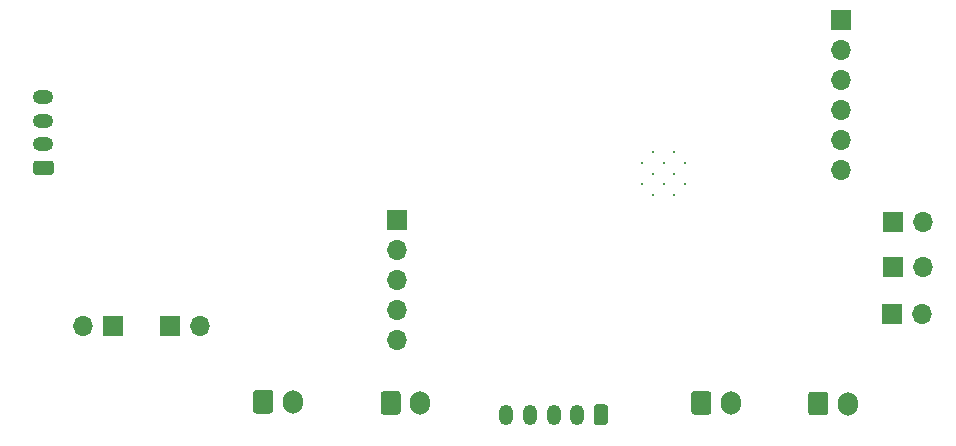
<source format=gbr>
%TF.GenerationSoftware,KiCad,Pcbnew,5.1.7-a382d34a8~87~ubuntu18.04.1*%
%TF.CreationDate,2021-06-03T09:48:45+05:30*%
%TF.ProjectId,Single_scale_v3_kicad,53696e67-6c65-45f7-9363-616c655f7633,rev?*%
%TF.SameCoordinates,Original*%
%TF.FileFunction,Soldermask,Bot*%
%TF.FilePolarity,Negative*%
%FSLAX46Y46*%
G04 Gerber Fmt 4.6, Leading zero omitted, Abs format (unit mm)*
G04 Created by KiCad (PCBNEW 5.1.7-a382d34a8~87~ubuntu18.04.1) date 2021-06-03 09:48:45*
%MOMM*%
%LPD*%
G01*
G04 APERTURE LIST*
%ADD10O,1.700000X2.000000*%
%ADD11O,1.200000X1.750000*%
%ADD12O,1.750000X1.200000*%
%ADD13R,1.700000X1.700000*%
%ADD14O,1.700000X1.700000*%
%ADD15C,0.300000*%
G04 APERTURE END LIST*
D10*
%TO.C,J15*%
X140700000Y-99000000D03*
G36*
G01*
X137350000Y-99750000D02*
X137350000Y-98250000D01*
G75*
G02*
X137600000Y-98000000I250000J0D01*
G01*
X138800000Y-98000000D01*
G75*
G02*
X139050000Y-98250000I0J-250000D01*
G01*
X139050000Y-99750000D01*
G75*
G02*
X138800000Y-100000000I-250000J0D01*
G01*
X137600000Y-100000000D01*
G75*
G02*
X137350000Y-99750000I0J250000D01*
G01*
G37*
%TD*%
%TO.C,J11*%
X114400000Y-99000000D03*
G36*
G01*
X111050000Y-99750000D02*
X111050000Y-98250000D01*
G75*
G02*
X111300000Y-98000000I250000J0D01*
G01*
X112500000Y-98000000D01*
G75*
G02*
X112750000Y-98250000I0J-250000D01*
G01*
X112750000Y-99750000D01*
G75*
G02*
X112500000Y-100000000I-250000J0D01*
G01*
X111300000Y-100000000D01*
G75*
G02*
X111050000Y-99750000I0J250000D01*
G01*
G37*
%TD*%
%TO.C,J10*%
X150600000Y-99060000D03*
G36*
G01*
X147250000Y-99810000D02*
X147250000Y-98310000D01*
G75*
G02*
X147500000Y-98060000I250000J0D01*
G01*
X148700000Y-98060000D01*
G75*
G02*
X148950000Y-98310000I0J-250000D01*
G01*
X148950000Y-99810000D01*
G75*
G02*
X148700000Y-100060000I-250000J0D01*
G01*
X147500000Y-100060000D01*
G75*
G02*
X147250000Y-99810000I0J250000D01*
G01*
G37*
%TD*%
D11*
%TO.C,J6*%
X121700000Y-100000000D03*
X123700000Y-100000000D03*
X125700000Y-100000000D03*
X127700000Y-100000000D03*
G36*
G01*
X130300000Y-99374999D02*
X130300000Y-100625001D01*
G75*
G02*
X130050001Y-100875000I-249999J0D01*
G01*
X129349999Y-100875000D01*
G75*
G02*
X129100000Y-100625001I0J249999D01*
G01*
X129100000Y-99374999D01*
G75*
G02*
X129349999Y-99125000I249999J0D01*
G01*
X130050001Y-99125000D01*
G75*
G02*
X130300000Y-99374999I0J-249999D01*
G01*
G37*
%TD*%
D10*
%TO.C,J2*%
X103600000Y-98900000D03*
G36*
G01*
X100250000Y-99650000D02*
X100250000Y-98150000D01*
G75*
G02*
X100500000Y-97900000I250000J0D01*
G01*
X101700000Y-97900000D01*
G75*
G02*
X101950000Y-98150000I0J-250000D01*
G01*
X101950000Y-99650000D01*
G75*
G02*
X101700000Y-99900000I-250000J0D01*
G01*
X100500000Y-99900000D01*
G75*
G02*
X100250000Y-99650000I0J250000D01*
G01*
G37*
%TD*%
D12*
%TO.C,J1*%
X82500000Y-73100000D03*
X82500000Y-75100000D03*
X82500000Y-77100000D03*
G36*
G01*
X83125001Y-79700000D02*
X81874999Y-79700000D01*
G75*
G02*
X81625000Y-79450001I0J249999D01*
G01*
X81625000Y-78749999D01*
G75*
G02*
X81874999Y-78500000I249999J0D01*
G01*
X83125001Y-78500000D01*
G75*
G02*
X83375000Y-78749999I0J-249999D01*
G01*
X83375000Y-79450001D01*
G75*
G02*
X83125001Y-79700000I-249999J0D01*
G01*
G37*
%TD*%
D13*
%TO.C,J3*%
X112450000Y-83520000D03*
D14*
X112450000Y-86060000D03*
X112450000Y-88600000D03*
X112450000Y-91140000D03*
X112450000Y-93680000D03*
%TD*%
D13*
%TO.C,J4*%
X88400000Y-92500000D03*
D14*
X85860000Y-92500000D03*
%TD*%
D13*
%TO.C,J5*%
X93200000Y-92500000D03*
D14*
X95740000Y-92500000D03*
%TD*%
D13*
%TO.C,J9*%
X150000000Y-66600000D03*
D14*
X150000000Y-69140000D03*
X150000000Y-71680000D03*
X150000000Y-74220000D03*
X150000000Y-76760000D03*
X150000000Y-79300000D03*
%TD*%
%TO.C,J12*%
X156972000Y-83700000D03*
D13*
X154432000Y-83700000D03*
%TD*%
%TO.C,J13*%
X154432000Y-87500000D03*
D14*
X156972000Y-87500000D03*
%TD*%
%TO.C,J14*%
X156900000Y-91500000D03*
D13*
X154360000Y-91500000D03*
%TD*%
D15*
%TO.C,U5*%
X134082500Y-77755000D03*
X135917500Y-77755000D03*
X133165000Y-78672500D03*
X135000000Y-78672500D03*
X136835000Y-78672500D03*
X134082500Y-79590000D03*
X135917500Y-79590000D03*
X133165000Y-80507500D03*
X135000000Y-80507500D03*
X136835000Y-80507500D03*
X134082500Y-81425000D03*
X135917500Y-81425000D03*
%TD*%
M02*

</source>
